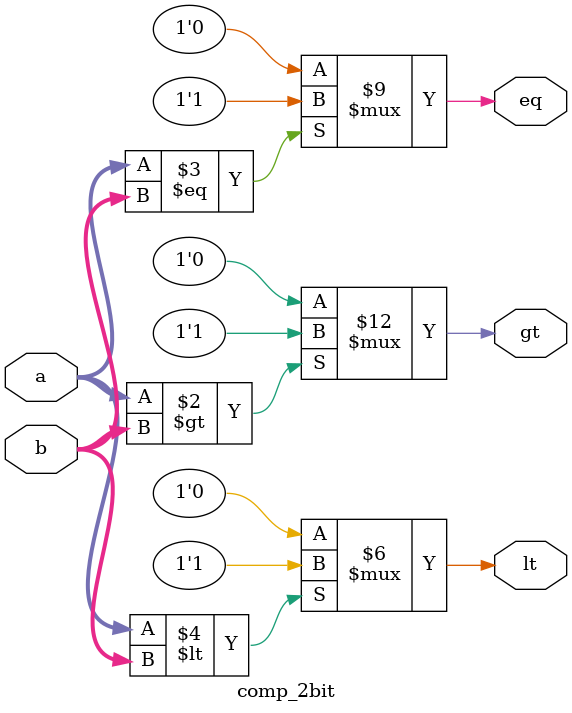
<source format=v>

module comp_2bit (a,b,gt,eq,lt);
input [1:0] a,b;
output reg gt,eq,lt;

always@(*) begin 
	gt = 0;   //we have to initialize them to zero. Because, it is reg, when at one nput combination, gt becomes, and next combination eq or lt becomes 1.	
	eq = 0;   //But previous gt won't becomes zero, unless you make it. So, if it is not zero, multiple outputs becomes true. which is not possible.
	lt = 0;
	if (a>b)  gt = 1;  //All are mutually exclusive - when one happens others won't. Equal priority to all, so 'else' is not compulsory.
	if (a==b) eq = 1;
	if (a<b)  lt = 1;
end
endmodule
</source>
